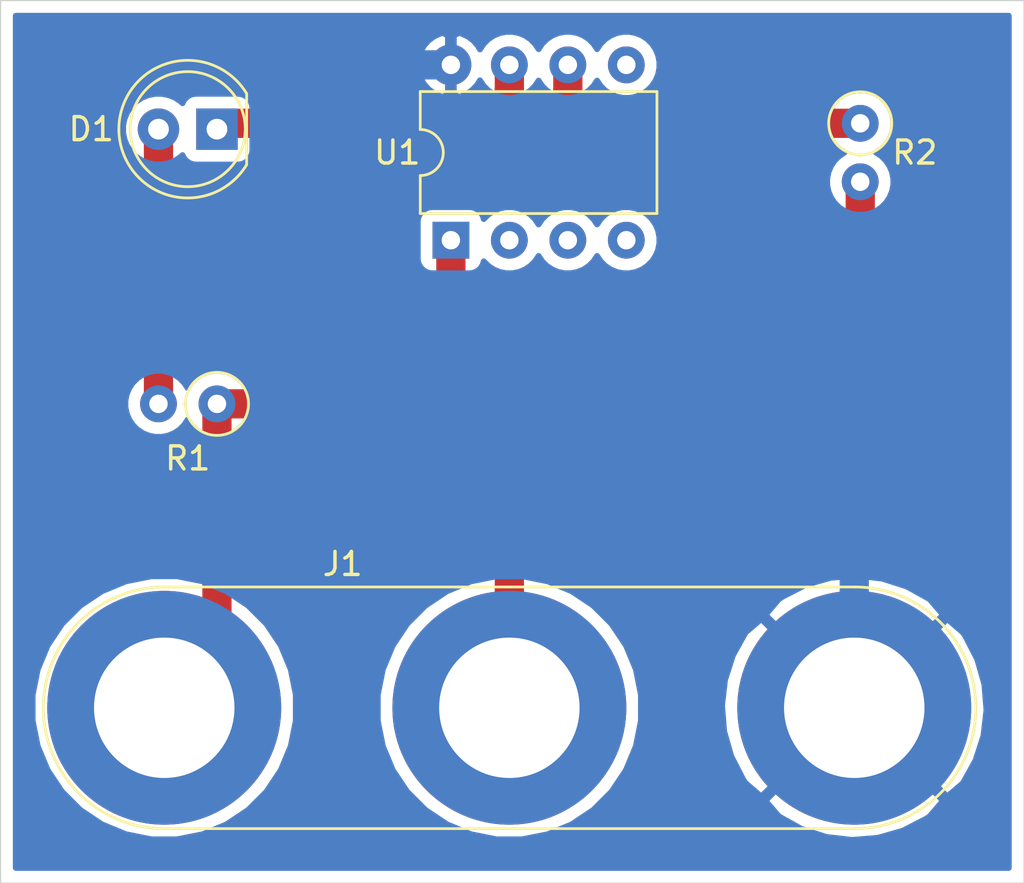
<source format=kicad_pcb>
(kicad_pcb (version 20171130) (host pcbnew "(5.1.5)-2")

  (general
    (thickness 1.6)
    (drawings 4)
    (tracks 32)
    (zones 0)
    (modules 5)
    (nets 11)
  )

  (page A4)
  (title_block
    (title https://uinika.gitee.io/)
    (date 2019-12-11)
    (company Hank)
  )

  (layers
    (0 F.Cu signal)
    (31 B.Cu signal)
    (32 B.Adhes user)
    (33 F.Adhes user)
    (34 B.Paste user)
    (35 F.Paste user)
    (36 B.SilkS user)
    (37 F.SilkS user)
    (38 B.Mask user)
    (39 F.Mask user)
    (40 Dwgs.User user)
    (41 Cmts.User user)
    (42 Eco1.User user)
    (43 Eco2.User user)
    (44 Edge.Cuts user)
    (45 Margin user)
    (46 B.CrtYd user)
    (47 F.CrtYd user)
    (48 B.Fab user)
    (49 F.Fab user)
  )

  (setup
    (last_trace_width 0.25)
    (user_trace_width 0.254)
    (user_trace_width 0.508)
    (user_trace_width 1.27)
    (user_trace_width 2.032)
    (user_trace_width 2.54)
    (user_trace_width 3.81)
    (user_trace_width 5.08)
    (trace_clearance 0.25)
    (zone_clearance 0.508)
    (zone_45_only no)
    (trace_min 0.25)
    (via_size 0.8)
    (via_drill 0.4)
    (via_min_size 0.4)
    (via_min_drill 0.3)
    (uvia_size 0.3)
    (uvia_drill 0.1)
    (uvias_allowed no)
    (uvia_min_size 0.2)
    (uvia_min_drill 0.1)
    (edge_width 0.05)
    (segment_width 0.2)
    (pcb_text_width 0.3)
    (pcb_text_size 1.5 1.5)
    (mod_edge_width 0.12)
    (mod_text_size 1 1)
    (mod_text_width 0.15)
    (pad_size 1.524 1.524)
    (pad_drill 0.762)
    (pad_to_mask_clearance 0.051)
    (solder_mask_min_width 0.25)
    (aux_axis_origin 174.625 125.476)
    (grid_origin 144.78 101.092)
    (visible_elements 7FFFFFFF)
    (pcbplotparams
      (layerselection 0x010fc_ffffffff)
      (usegerberextensions false)
      (usegerberattributes false)
      (usegerberadvancedattributes false)
      (creategerberjobfile false)
      (excludeedgelayer true)
      (linewidth 0.100000)
      (plotframeref false)
      (viasonmask false)
      (mode 1)
      (useauxorigin false)
      (hpglpennumber 1)
      (hpglpenspeed 20)
      (hpglpendiameter 15.000000)
      (psnegative false)
      (psa4output false)
      (plotreference true)
      (plotvalue true)
      (plotinvisibletext false)
      (padsonsilk false)
      (subtractmaskfromsilk false)
      (outputformat 1)
      (mirror false)
      (drillshape 0)
      (scaleselection 1)
      (outputdirectory "D:/Workspace/abrams/5-Gerber/"))
  )

  (net 0 "")
  (net 1 "Net-(D1-Pad1)")
  (net 2 /LEDtoR)
  (net 3 /INPUTtoR)
  (net 4 GND)
  (net 5 VCC)
  (net 6 /INPUT)
  (net 7 "Net-(U1-Pad4)")
  (net 8 "Net-(U1-Pad3)")
  (net 9 "Net-(U1-Pad2)")
  (net 10 "Net-(U1-Pad5)")

  (net_class Default 这是默认网络类。
    (clearance 0.25)
    (trace_width 0.25)
    (via_dia 0.8)
    (via_drill 0.4)
    (uvia_dia 0.3)
    (uvia_drill 0.1)
    (diff_pair_width 0.25)
    (diff_pair_gap 0.25)
    (add_net /INPUT)
    (add_net /INPUTtoR)
    (add_net /LEDtoR)
    (add_net GND)
    (add_net "Net-(D1-Pad1)")
    (add_net "Net-(U1-Pad2)")
    (add_net "Net-(U1-Pad3)")
    (add_net "Net-(U1-Pad4)")
    (add_net "Net-(U1-Pad5)")
    (add_net VCC)
  )

  (module Connector:Banana_Jack_3Pin (layer F.Cu) (tedit 5A1AB217) (tstamp 5DEE43FD)
    (at 129.409 114.554)
    (descr "Triple banana socket, footprint - 3 x 6mm drills")
    (tags "banana socket")
    (path /5DEDE99A)
    (fp_text reference J1 (at 7.75 -6.25) (layer F.SilkS)
      (effects (font (size 1 1) (thickness 0.15)))
    )
    (fp_text value MYCONN3 (at 22.5 -6.25) (layer F.Fab)
      (effects (font (size 1 1) (thickness 0.15)))
    )
    (fp_arc (start 0 0) (end 0 5.25) (angle 180) (layer F.SilkS) (width 0.12))
    (fp_arc (start 30 0) (end 30 -5.25) (angle 180) (layer F.SilkS) (width 0.12))
    (fp_arc (start 30 0) (end 30 -5.5) (angle 180) (layer F.CrtYd) (width 0.05))
    (fp_arc (start 0 0) (end 0 5.5) (angle 180) (layer F.CrtYd) (width 0.05))
    (fp_circle (center 0 0) (end 2 0) (layer F.Fab) (width 0.1))
    (fp_circle (center 0 0) (end 4.75 0) (layer F.Fab) (width 0.1))
    (fp_circle (center 15 0) (end 17 0) (layer F.Fab) (width 0.1))
    (fp_circle (center 15 0) (end 19.75 0) (layer F.Fab) (width 0.1))
    (fp_circle (center 30 0) (end 30 -4.75) (layer F.Fab) (width 0.1))
    (fp_circle (center 30 0) (end 30 -2) (layer F.Fab) (width 0.1))
    (fp_line (start 30 -5.25) (end 0 -5.25) (layer F.SilkS) (width 0.12))
    (fp_line (start 0 5.25) (end 30 5.25) (layer F.SilkS) (width 0.12))
    (fp_line (start 0 -5.5) (end 30 -5.5) (layer F.CrtYd) (width 0.05))
    (fp_line (start 30 5.5) (end 0 5.5) (layer F.CrtYd) (width 0.05))
    (fp_text user %R (at 14.99 0) (layer F.Fab)
      (effects (font (size 0.8 0.8) (thickness 0.12)))
    )
    (pad 2 thru_hole circle (at 14.99 0) (size 10.16 10.16) (drill 6.1) (layers *.Cu *.Mask)
      (net 3 /INPUTtoR))
    (pad 3 thru_hole circle (at 29.97 0) (size 10.16 10.16) (drill 6.1) (layers *.Cu *.Mask)
      (net 4 GND))
    (pad 1 thru_hole circle (at 0 0) (size 10.16 10.16) (drill 6.1) (layers *.Cu *.Mask)
      (net 5 VCC))
    (model ${KISYS3DMOD}/Connector.3dshapes/Banana_Jack_3Pin.wrl
      (offset (xyz 14.9999997746626 0 0))
      (scale (xyz 2 2 2))
      (rotate (xyz 0 0 0))
    )
  )

  (module Package_DIP:DIP-8_W7.62mm (layer F.Cu) (tedit 5A02E8C5) (tstamp 5DF085CF)
    (at 141.859 94.234 90)
    (descr "8-lead though-hole mounted DIP package, row spacing 7.62 mm (300 mils)")
    (tags "THT DIP DIL PDIP 2.54mm 7.62mm 300mil")
    (path /5DEBA9E1)
    (fp_text reference U1 (at 3.81 -2.33 180) (layer F.SilkS)
      (effects (font (size 1 1) (thickness 0.15)))
    )
    (fp_text value PIC12C508A-ISN (at -2.286 8.001 180) (layer F.Fab)
      (effects (font (size 1 1) (thickness 0.15)))
    )
    (fp_arc (start 3.81 -1.33) (end 2.81 -1.33) (angle -180) (layer F.SilkS) (width 0.12))
    (fp_line (start 1.635 -1.27) (end 6.985 -1.27) (layer F.Fab) (width 0.1))
    (fp_line (start 6.985 -1.27) (end 6.985 8.89) (layer F.Fab) (width 0.1))
    (fp_line (start 6.985 8.89) (end 0.635 8.89) (layer F.Fab) (width 0.1))
    (fp_line (start 0.635 8.89) (end 0.635 -0.27) (layer F.Fab) (width 0.1))
    (fp_line (start 0.635 -0.27) (end 1.635 -1.27) (layer F.Fab) (width 0.1))
    (fp_line (start 2.81 -1.33) (end 1.16 -1.33) (layer F.SilkS) (width 0.12))
    (fp_line (start 1.16 -1.33) (end 1.16 8.95) (layer F.SilkS) (width 0.12))
    (fp_line (start 1.16 8.95) (end 6.46 8.95) (layer F.SilkS) (width 0.12))
    (fp_line (start 6.46 8.95) (end 6.46 -1.33) (layer F.SilkS) (width 0.12))
    (fp_line (start 6.46 -1.33) (end 4.81 -1.33) (layer F.SilkS) (width 0.12))
    (fp_line (start -1.1 -1.55) (end -1.1 9.15) (layer F.CrtYd) (width 0.05))
    (fp_line (start -1.1 9.15) (end 8.7 9.15) (layer F.CrtYd) (width 0.05))
    (fp_line (start 8.7 9.15) (end 8.7 -1.55) (layer F.CrtYd) (width 0.05))
    (fp_line (start 8.7 -1.55) (end -1.1 -1.55) (layer F.CrtYd) (width 0.05))
    (fp_text user %R (at 3.81 3.81) (layer F.Fab)
      (effects (font (size 1 1) (thickness 0.15)))
    )
    (pad 1 thru_hole rect (at 0 0 90) (size 1.6 1.6) (drill 0.8) (layers *.Cu *.Mask)
      (net 5 VCC))
    (pad 5 thru_hole oval (at 7.62 7.62 90) (size 1.6 1.6) (drill 0.8) (layers *.Cu *.Mask)
      (net 10 "Net-(U1-Pad5)"))
    (pad 2 thru_hole oval (at 0 2.54 90) (size 1.6 1.6) (drill 0.8) (layers *.Cu *.Mask)
      (net 9 "Net-(U1-Pad2)"))
    (pad 6 thru_hole oval (at 7.62 5.08 90) (size 1.6 1.6) (drill 0.8) (layers *.Cu *.Mask)
      (net 6 /INPUT))
    (pad 3 thru_hole oval (at 0 5.08 90) (size 1.6 1.6) (drill 0.8) (layers *.Cu *.Mask)
      (net 8 "Net-(U1-Pad3)"))
    (pad 7 thru_hole oval (at 7.62 2.54 90) (size 1.6 1.6) (drill 0.8) (layers *.Cu *.Mask)
      (net 1 "Net-(D1-Pad1)"))
    (pad 4 thru_hole oval (at 0 7.62 90) (size 1.6 1.6) (drill 0.8) (layers *.Cu *.Mask)
      (net 7 "Net-(U1-Pad4)"))
    (pad 8 thru_hole oval (at 7.62 0 90) (size 1.6 1.6) (drill 0.8) (layers *.Cu *.Mask)
      (net 4 GND))
    (model ${KISYS3DMOD}/Package_DIP.3dshapes/DIP-8_W7.62mm.wrl
      (at (xyz 0 0 0))
      (scale (xyz 1 1 1))
      (rotate (xyz 0 0 0))
    )
  )

  (module Resistor_THT:R_Axial_DIN0207_L6.3mm_D2.5mm_P2.54mm_Vertical (layer F.Cu) (tedit 5AE5139B) (tstamp 5DF08613)
    (at 159.639 89.154 270)
    (descr "Resistor, Axial_DIN0207 series, Axial, Vertical, pin pitch=2.54mm, 0.25W = 1/4W, length*diameter=6.3*2.5mm^2, http://cdn-reichelt.de/documents/datenblatt/B400/1_4W%23YAG.pdf")
    (tags "Resistor Axial_DIN0207 series Axial Vertical pin pitch 2.54mm 0.25W = 1/4W length 6.3mm diameter 2.5mm")
    (path /5DEBBC79)
    (fp_text reference R2 (at 1.27 -2.37 180) (layer F.SilkS)
      (effects (font (size 1 1) (thickness 0.15)))
    )
    (fp_text value 100 (at 3.048 -2.794 180) (layer F.Fab)
      (effects (font (size 1 1) (thickness 0.15)))
    )
    (fp_circle (center 0 0) (end 1.25 0) (layer F.Fab) (width 0.1))
    (fp_circle (center 0 0) (end 1.37 0) (layer F.SilkS) (width 0.12))
    (fp_line (start 0 0) (end 2.54 0) (layer F.Fab) (width 0.1))
    (fp_line (start 1.37 0) (end 1.44 0) (layer F.SilkS) (width 0.12))
    (fp_line (start -1.5 -1.5) (end -1.5 1.5) (layer F.CrtYd) (width 0.05))
    (fp_line (start -1.5 1.5) (end 3.59 1.5) (layer F.CrtYd) (width 0.05))
    (fp_line (start 3.59 1.5) (end 3.59 -1.5) (layer F.CrtYd) (width 0.05))
    (fp_line (start 3.59 -1.5) (end -1.5 -1.5) (layer F.CrtYd) (width 0.05))
    (fp_text user %R (at 1.27 -2.37 180) (layer F.Fab)
      (effects (font (size 1 1) (thickness 0.15)))
    )
    (pad 1 thru_hole circle (at 0 0 270) (size 1.6 1.6) (drill 0.8) (layers *.Cu *.Mask)
      (net 6 /INPUT))
    (pad 2 thru_hole oval (at 2.54 0 270) (size 1.6 1.6) (drill 0.8) (layers *.Cu *.Mask)
      (net 3 /INPUTtoR))
    (model ${KISYS3DMOD}/Resistor_THT.3dshapes/R_Axial_DIN0207_L6.3mm_D2.5mm_P2.54mm_Vertical.wrl
      (at (xyz 0 0 0))
      (scale (xyz 1 1 1))
      (rotate (xyz 0 0 0))
    )
  )

  (module Resistor_THT:R_Axial_DIN0207_L6.3mm_D2.5mm_P2.54mm_Vertical (layer F.Cu) (tedit 5AE5139B) (tstamp 5DF08565)
    (at 131.699 101.346 180)
    (descr "Resistor, Axial_DIN0207 series, Axial, Vertical, pin pitch=2.54mm, 0.25W = 1/4W, length*diameter=6.3*2.5mm^2, http://cdn-reichelt.de/documents/datenblatt/B400/1_4W%23YAG.pdf")
    (tags "Resistor Axial_DIN0207 series Axial Vertical pin pitch 2.54mm 0.25W = 1/4W length 6.3mm diameter 2.5mm")
    (path /5DEBB67C)
    (fp_text reference R1 (at 1.27 -2.37) (layer F.SilkS)
      (effects (font (size 1 1) (thickness 0.15)))
    )
    (fp_text value 1k (at 4.572 0) (layer F.Fab)
      (effects (font (size 1 1) (thickness 0.15)))
    )
    (fp_text user %R (at 1.27 -2.37) (layer F.Fab)
      (effects (font (size 1 1) (thickness 0.15)))
    )
    (fp_line (start 3.59 -1.5) (end -1.5 -1.5) (layer F.CrtYd) (width 0.05))
    (fp_line (start 3.59 1.5) (end 3.59 -1.5) (layer F.CrtYd) (width 0.05))
    (fp_line (start -1.5 1.5) (end 3.59 1.5) (layer F.CrtYd) (width 0.05))
    (fp_line (start -1.5 -1.5) (end -1.5 1.5) (layer F.CrtYd) (width 0.05))
    (fp_line (start 1.37 0) (end 1.44 0) (layer F.SilkS) (width 0.12))
    (fp_line (start 0 0) (end 2.54 0) (layer F.Fab) (width 0.1))
    (fp_circle (center 0 0) (end 1.37 0) (layer F.SilkS) (width 0.12))
    (fp_circle (center 0 0) (end 1.25 0) (layer F.Fab) (width 0.1))
    (pad 2 thru_hole oval (at 2.54 0 180) (size 1.6 1.6) (drill 0.8) (layers *.Cu *.Mask)
      (net 2 /LEDtoR))
    (pad 1 thru_hole circle (at 0 0 180) (size 1.6 1.6) (drill 0.8) (layers *.Cu *.Mask)
      (net 5 VCC))
    (model ${KISYS3DMOD}/Resistor_THT.3dshapes/R_Axial_DIN0207_L6.3mm_D2.5mm_P2.54mm_Vertical.wrl
      (at (xyz 0 0 0))
      (scale (xyz 1 1 1))
      (rotate (xyz 0 0 0))
    )
  )

  (module LED_THT:LED_D5.0mm (layer F.Cu) (tedit 5995936A) (tstamp 5DF08592)
    (at 131.699 89.408 180)
    (descr "LED, diameter 5.0mm, 2 pins, http://cdn-reichelt.de/documents/datenblatt/A500/LL-504BC2E-009.pdf")
    (tags "LED diameter 5.0mm 2 pins")
    (path /5DEBB117)
    (fp_text reference D1 (at 5.461 0) (layer F.SilkS)
      (effects (font (size 1 1) (thickness 0.15)))
    )
    (fp_text value LED (at 1.27 3.96) (layer F.Fab)
      (effects (font (size 1 1) (thickness 0.15)))
    )
    (fp_text user %R (at 1.25 0) (layer F.Fab)
      (effects (font (size 0.8 0.8) (thickness 0.2)))
    )
    (fp_line (start 4.5 -3.25) (end -1.95 -3.25) (layer F.CrtYd) (width 0.05))
    (fp_line (start 4.5 3.25) (end 4.5 -3.25) (layer F.CrtYd) (width 0.05))
    (fp_line (start -1.95 3.25) (end 4.5 3.25) (layer F.CrtYd) (width 0.05))
    (fp_line (start -1.95 -3.25) (end -1.95 3.25) (layer F.CrtYd) (width 0.05))
    (fp_line (start -1.29 -1.545) (end -1.29 1.545) (layer F.SilkS) (width 0.12))
    (fp_line (start -1.23 -1.469694) (end -1.23 1.469694) (layer F.Fab) (width 0.1))
    (fp_circle (center 1.27 0) (end 3.77 0) (layer F.SilkS) (width 0.12))
    (fp_circle (center 1.27 0) (end 3.77 0) (layer F.Fab) (width 0.1))
    (fp_arc (start 1.27 0) (end -1.29 1.54483) (angle -148.9) (layer F.SilkS) (width 0.12))
    (fp_arc (start 1.27 0) (end -1.29 -1.54483) (angle 148.9) (layer F.SilkS) (width 0.12))
    (fp_arc (start 1.27 0) (end -1.23 -1.469694) (angle 299.1) (layer F.Fab) (width 0.1))
    (pad 2 thru_hole circle (at 2.54 0 180) (size 1.8 1.8) (drill 0.9) (layers *.Cu *.Mask)
      (net 2 /LEDtoR))
    (pad 1 thru_hole rect (at 0 0 180) (size 1.8 1.8) (drill 0.9) (layers *.Cu *.Mask)
      (net 1 "Net-(D1-Pad1)"))
    (model ${KISYS3DMOD}/LED_THT.3dshapes/LED_D5.0mm.wrl
      (at (xyz 0 0 0))
      (scale (xyz 1 1 1))
      (rotate (xyz 0 0 0))
    )
  )

  (gr_line (start 166.751 122.174) (end 122.301 122.174) (layer Edge.Cuts) (width 0.05) (tstamp 5DF0C287))
  (gr_line (start 122.301 83.82) (end 122.301 122.174) (layer Edge.Cuts) (width 0.05))
  (gr_line (start 166.751 83.82) (end 166.751 122.174) (layer Edge.Cuts) (width 0.05))
  (gr_line (start 122.301 83.82) (end 166.751 83.82) (layer Edge.Cuts) (width 0.05))

  (segment (start 144.399 86.614) (end 144.352802 86.614) (width 1.27) (layer F.Cu) (net 1))
  (segment (start 144.399 87.74537) (end 144.38737 87.757) (width 1.27) (layer F.Cu) (net 1))
  (segment (start 144.399 86.614) (end 144.399 87.74537) (width 1.27) (layer F.Cu) (net 1))
  (segment (start 143.637 89.154) (end 133.869 89.154) (width 1.27) (layer F.Cu) (net 1))
  (segment (start 133.869 89.154) (end 131.699 89.154) (width 1.27) (layer F.Cu) (net 1))
  (segment (start 144.38737 87.757) (end 144.38737 88.40363) (width 1.27) (layer F.Cu) (net 1))
  (segment (start 144.38737 88.40363) (end 143.637 89.154) (width 1.27) (layer F.Cu) (net 1))
  (segment (start 129.159 89.408) (end 129.159 101.346) (width 1.27) (layer F.Cu) (net 2))
  (segment (start 159.639 91.694) (end 159.639 98.806) (width 1.27) (layer F.Cu) (net 3))
  (segment (start 159.639 98.806) (end 156.337 102.108) (width 1.27) (layer F.Cu) (net 3))
  (segment (start 156.337 102.108) (end 147.955 102.108) (width 1.27) (layer F.Cu) (net 3))
  (segment (start 144.399 105.664) (end 144.399 114.554) (width 1.27) (layer F.Cu) (net 3))
  (segment (start 147.955 102.108) (end 144.399 105.664) (width 1.27) (layer F.Cu) (net 3))
  (via (at 141.859 86.614) (size 1.778) (drill 0.762) (layers F.Cu B.Cu) (net 4))
  (segment (start 159.379 107.369796) (end 159.379 114.554) (width 1.27) (layer B.Cu) (net 4))
  (segment (start 158.308204 106.299) (end 159.379 107.369796) (width 1.27) (layer B.Cu) (net 4))
  (segment (start 141.859 86.614) (end 138.176 86.614) (width 1.27) (layer B.Cu) (net 4))
  (segment (start 136.906 87.884) (end 136.906 100.838) (width 1.27) (layer B.Cu) (net 4))
  (segment (start 138.176 86.614) (end 136.906 87.884) (width 1.27) (layer B.Cu) (net 4))
  (segment (start 136.906 100.838) (end 142.367 106.299) (width 1.27) (layer B.Cu) (net 4))
  (segment (start 142.367 106.299) (end 158.308204 106.299) (width 1.27) (layer B.Cu) (net 4))
  (segment (start 131.699 112.264) (end 129.409 114.554) (width 1.27) (layer F.Cu) (net 5))
  (segment (start 131.699 101.346) (end 131.699 112.264) (width 1.27) (layer F.Cu) (net 5))
  (segment (start 141.859 96.304) (end 141.859 94.234) (width 1.27) (layer F.Cu) (net 5))
  (segment (start 136.817 101.346) (end 141.859 96.304) (width 1.27) (layer F.Cu) (net 5))
  (segment (start 131.699 101.346) (end 136.817 101.346) (width 1.27) (layer F.Cu) (net 5))
  (segment (start 146.939 87.74537) (end 146.939 88.138) (width 1.27) (layer F.Cu) (net 6))
  (segment (start 146.939 86.614) (end 146.939 87.74537) (width 1.27) (layer F.Cu) (net 6))
  (segment (start 147.701 89.154) (end 158.50763 89.154) (width 1.27) (layer F.Cu) (net 6))
  (segment (start 158.50763 89.154) (end 159.639 89.154) (width 1.27) (layer F.Cu) (net 6))
  (segment (start 146.939 87.74537) (end 146.939 88.392) (width 1.27) (layer F.Cu) (net 6))
  (segment (start 146.939 88.392) (end 147.701 89.154) (width 1.27) (layer F.Cu) (net 6))

  (zone (net 4) (net_name GND) (layer B.Cu) (tstamp 5DF0E2FE) (hatch edge 0.508)
    (connect_pads (clearance 0.508))
    (min_thickness 0.254)
    (fill yes (arc_segments 32) (thermal_gap 0.508) (thermal_bridge_width 0.508))
    (polygon
      (pts
        (xy 166.751 122.174) (xy 122.301 122.174) (xy 122.301 83.82) (xy 166.751 83.82)
      )
    )
    (filled_polygon
      (pts
        (xy 166.091001 121.514) (xy 122.961 121.514) (xy 122.961 113.991122) (xy 123.694 113.991122) (xy 123.694 115.116878)
        (xy 123.913625 116.221004) (xy 124.344433 117.261067) (xy 124.96987 118.1971) (xy 125.7659 118.99313) (xy 126.701933 119.618567)
        (xy 127.741996 120.049375) (xy 128.846122 120.269) (xy 129.971878 120.269) (xy 131.076004 120.049375) (xy 132.116067 119.618567)
        (xy 133.0521 118.99313) (xy 133.84813 118.1971) (xy 134.473567 117.261067) (xy 134.904375 116.221004) (xy 135.124 115.116878)
        (xy 135.124 113.991122) (xy 138.684 113.991122) (xy 138.684 115.116878) (xy 138.903625 116.221004) (xy 139.334433 117.261067)
        (xy 139.95987 118.1971) (xy 140.7559 118.99313) (xy 141.691933 119.618567) (xy 142.731996 120.049375) (xy 143.836122 120.269)
        (xy 144.961878 120.269) (xy 146.066004 120.049375) (xy 147.106067 119.618567) (xy 148.0421 118.99313) (xy 148.444034 118.591196)
        (xy 155.521409 118.591196) (xy 156.107124 119.273416) (xy 157.090704 119.821045) (xy 158.162223 120.166265) (xy 159.280501 120.295808)
        (xy 160.402565 120.204697) (xy 161.485294 119.896433) (xy 162.487079 119.382863) (xy 162.650876 119.273416) (xy 163.236591 118.591196)
        (xy 159.379 114.733605) (xy 155.521409 118.591196) (xy 148.444034 118.591196) (xy 148.83813 118.1971) (xy 149.463567 117.261067)
        (xy 149.894375 116.221004) (xy 150.114 115.116878) (xy 150.114 114.455501) (xy 153.637192 114.455501) (xy 153.728303 115.577565)
        (xy 154.036567 116.660294) (xy 154.550137 117.662079) (xy 154.659584 117.825876) (xy 155.341804 118.411591) (xy 159.199395 114.554)
        (xy 159.558605 114.554) (xy 163.416196 118.411591) (xy 164.098416 117.825876) (xy 164.646045 116.842296) (xy 164.991265 115.770777)
        (xy 165.120808 114.652499) (xy 165.029697 113.530435) (xy 164.721433 112.447706) (xy 164.207863 111.445921) (xy 164.098416 111.282124)
        (xy 163.416196 110.696409) (xy 159.558605 114.554) (xy 159.199395 114.554) (xy 155.341804 110.696409) (xy 154.659584 111.282124)
        (xy 154.111955 112.265704) (xy 153.766735 113.337223) (xy 153.637192 114.455501) (xy 150.114 114.455501) (xy 150.114 113.991122)
        (xy 149.894375 112.886996) (xy 149.463567 111.846933) (xy 148.83813 110.9109) (xy 148.444034 110.516804) (xy 155.521409 110.516804)
        (xy 159.379 114.374395) (xy 163.236591 110.516804) (xy 162.650876 109.834584) (xy 161.667296 109.286955) (xy 160.595777 108.941735)
        (xy 159.477499 108.812192) (xy 158.355435 108.903303) (xy 157.272706 109.211567) (xy 156.270921 109.725137) (xy 156.107124 109.834584)
        (xy 155.521409 110.516804) (xy 148.444034 110.516804) (xy 148.0421 110.11487) (xy 147.106067 109.489433) (xy 146.066004 109.058625)
        (xy 144.961878 108.839) (xy 143.836122 108.839) (xy 142.731996 109.058625) (xy 141.691933 109.489433) (xy 140.7559 110.11487)
        (xy 139.95987 110.9109) (xy 139.334433 111.846933) (xy 138.903625 112.886996) (xy 138.684 113.991122) (xy 135.124 113.991122)
        (xy 134.904375 112.886996) (xy 134.473567 111.846933) (xy 133.84813 110.9109) (xy 133.0521 110.11487) (xy 132.116067 109.489433)
        (xy 131.076004 109.058625) (xy 129.971878 108.839) (xy 128.846122 108.839) (xy 127.741996 109.058625) (xy 126.701933 109.489433)
        (xy 125.7659 110.11487) (xy 124.96987 110.9109) (xy 124.344433 111.846933) (xy 123.913625 112.886996) (xy 123.694 113.991122)
        (xy 122.961 113.991122) (xy 122.961 101.204665) (xy 127.724 101.204665) (xy 127.724 101.487335) (xy 127.779147 101.764574)
        (xy 127.88732 102.025727) (xy 128.044363 102.260759) (xy 128.244241 102.460637) (xy 128.479273 102.61768) (xy 128.740426 102.725853)
        (xy 129.017665 102.781) (xy 129.300335 102.781) (xy 129.577574 102.725853) (xy 129.838727 102.61768) (xy 130.073759 102.460637)
        (xy 130.273637 102.260759) (xy 130.429 102.028241) (xy 130.584363 102.260759) (xy 130.784241 102.460637) (xy 131.019273 102.61768)
        (xy 131.280426 102.725853) (xy 131.557665 102.781) (xy 131.840335 102.781) (xy 132.117574 102.725853) (xy 132.378727 102.61768)
        (xy 132.613759 102.460637) (xy 132.813637 102.260759) (xy 132.97068 102.025727) (xy 133.078853 101.764574) (xy 133.134 101.487335)
        (xy 133.134 101.204665) (xy 133.078853 100.927426) (xy 132.97068 100.666273) (xy 132.813637 100.431241) (xy 132.613759 100.231363)
        (xy 132.378727 100.07432) (xy 132.117574 99.966147) (xy 131.840335 99.911) (xy 131.557665 99.911) (xy 131.280426 99.966147)
        (xy 131.019273 100.07432) (xy 130.784241 100.231363) (xy 130.584363 100.431241) (xy 130.429 100.663759) (xy 130.273637 100.431241)
        (xy 130.073759 100.231363) (xy 129.838727 100.07432) (xy 129.577574 99.966147) (xy 129.300335 99.911) (xy 129.017665 99.911)
        (xy 128.740426 99.966147) (xy 128.479273 100.07432) (xy 128.244241 100.231363) (xy 128.044363 100.431241) (xy 127.88732 100.666273)
        (xy 127.779147 100.927426) (xy 127.724 101.204665) (xy 122.961 101.204665) (xy 122.961 93.434) (xy 140.420928 93.434)
        (xy 140.420928 95.034) (xy 140.433188 95.158482) (xy 140.469498 95.27818) (xy 140.528463 95.388494) (xy 140.607815 95.485185)
        (xy 140.704506 95.564537) (xy 140.81482 95.623502) (xy 140.934518 95.659812) (xy 141.059 95.672072) (xy 142.659 95.672072)
        (xy 142.783482 95.659812) (xy 142.90318 95.623502) (xy 143.013494 95.564537) (xy 143.110185 95.485185) (xy 143.189537 95.388494)
        (xy 143.248502 95.27818) (xy 143.284812 95.158482) (xy 143.285643 95.150039) (xy 143.484241 95.348637) (xy 143.719273 95.50568)
        (xy 143.980426 95.613853) (xy 144.257665 95.669) (xy 144.540335 95.669) (xy 144.817574 95.613853) (xy 145.078727 95.50568)
        (xy 145.313759 95.348637) (xy 145.513637 95.148759) (xy 145.669 94.916241) (xy 145.824363 95.148759) (xy 146.024241 95.348637)
        (xy 146.259273 95.50568) (xy 146.520426 95.613853) (xy 146.797665 95.669) (xy 147.080335 95.669) (xy 147.357574 95.613853)
        (xy 147.618727 95.50568) (xy 147.853759 95.348637) (xy 148.053637 95.148759) (xy 148.209 94.916241) (xy 148.364363 95.148759)
        (xy 148.564241 95.348637) (xy 148.799273 95.50568) (xy 149.060426 95.613853) (xy 149.337665 95.669) (xy 149.620335 95.669)
        (xy 149.897574 95.613853) (xy 150.158727 95.50568) (xy 150.393759 95.348637) (xy 150.593637 95.148759) (xy 150.75068 94.913727)
        (xy 150.858853 94.652574) (xy 150.914 94.375335) (xy 150.914 94.092665) (xy 150.858853 93.815426) (xy 150.75068 93.554273)
        (xy 150.593637 93.319241) (xy 150.393759 93.119363) (xy 150.158727 92.96232) (xy 149.897574 92.854147) (xy 149.620335 92.799)
        (xy 149.337665 92.799) (xy 149.060426 92.854147) (xy 148.799273 92.96232) (xy 148.564241 93.119363) (xy 148.364363 93.319241)
        (xy 148.209 93.551759) (xy 148.053637 93.319241) (xy 147.853759 93.119363) (xy 147.618727 92.96232) (xy 147.357574 92.854147)
        (xy 147.080335 92.799) (xy 146.797665 92.799) (xy 146.520426 92.854147) (xy 146.259273 92.96232) (xy 146.024241 93.119363)
        (xy 145.824363 93.319241) (xy 145.669 93.551759) (xy 145.513637 93.319241) (xy 145.313759 93.119363) (xy 145.078727 92.96232)
        (xy 144.817574 92.854147) (xy 144.540335 92.799) (xy 144.257665 92.799) (xy 143.980426 92.854147) (xy 143.719273 92.96232)
        (xy 143.484241 93.119363) (xy 143.285643 93.317961) (xy 143.284812 93.309518) (xy 143.248502 93.18982) (xy 143.189537 93.079506)
        (xy 143.110185 92.982815) (xy 143.013494 92.903463) (xy 142.90318 92.844498) (xy 142.783482 92.808188) (xy 142.659 92.795928)
        (xy 141.059 92.795928) (xy 140.934518 92.808188) (xy 140.81482 92.844498) (xy 140.704506 92.903463) (xy 140.607815 92.982815)
        (xy 140.528463 93.079506) (xy 140.469498 93.18982) (xy 140.433188 93.309518) (xy 140.420928 93.434) (xy 122.961 93.434)
        (xy 122.961 89.256816) (xy 127.624 89.256816) (xy 127.624 89.559184) (xy 127.682989 89.855743) (xy 127.798701 90.135095)
        (xy 127.966688 90.386505) (xy 128.180495 90.600312) (xy 128.431905 90.768299) (xy 128.711257 90.884011) (xy 129.007816 90.943)
        (xy 129.310184 90.943) (xy 129.606743 90.884011) (xy 129.886095 90.768299) (xy 130.137505 90.600312) (xy 130.203944 90.533873)
        (xy 130.209498 90.55218) (xy 130.268463 90.662494) (xy 130.347815 90.759185) (xy 130.444506 90.838537) (xy 130.55482 90.897502)
        (xy 130.674518 90.933812) (xy 130.799 90.946072) (xy 132.599 90.946072) (xy 132.723482 90.933812) (xy 132.84318 90.897502)
        (xy 132.953494 90.838537) (xy 133.050185 90.759185) (xy 133.129537 90.662494) (xy 133.188502 90.55218) (xy 133.224812 90.432482)
        (xy 133.237072 90.308) (xy 133.237072 89.012665) (xy 158.204 89.012665) (xy 158.204 89.295335) (xy 158.259147 89.572574)
        (xy 158.36732 89.833727) (xy 158.524363 90.068759) (xy 158.724241 90.268637) (xy 158.956759 90.424) (xy 158.724241 90.579363)
        (xy 158.524363 90.779241) (xy 158.36732 91.014273) (xy 158.259147 91.275426) (xy 158.204 91.552665) (xy 158.204 91.835335)
        (xy 158.259147 92.112574) (xy 158.36732 92.373727) (xy 158.524363 92.608759) (xy 158.724241 92.808637) (xy 158.959273 92.96568)
        (xy 159.220426 93.073853) (xy 159.497665 93.129) (xy 159.780335 93.129) (xy 160.057574 93.073853) (xy 160.318727 92.96568)
        (xy 160.553759 92.808637) (xy 160.753637 92.608759) (xy 160.91068 92.373727) (xy 161.018853 92.112574) (xy 161.074 91.835335)
        (xy 161.074 91.552665) (xy 161.018853 91.275426) (xy 160.91068 91.014273) (xy 160.753637 90.779241) (xy 160.553759 90.579363)
        (xy 160.321241 90.424) (xy 160.553759 90.268637) (xy 160.753637 90.068759) (xy 160.91068 89.833727) (xy 161.018853 89.572574)
        (xy 161.074 89.295335) (xy 161.074 89.012665) (xy 161.018853 88.735426) (xy 160.91068 88.474273) (xy 160.753637 88.239241)
        (xy 160.553759 88.039363) (xy 160.318727 87.88232) (xy 160.057574 87.774147) (xy 159.780335 87.719) (xy 159.497665 87.719)
        (xy 159.220426 87.774147) (xy 158.959273 87.88232) (xy 158.724241 88.039363) (xy 158.524363 88.239241) (xy 158.36732 88.474273)
        (xy 158.259147 88.735426) (xy 158.204 89.012665) (xy 133.237072 89.012665) (xy 133.237072 88.508) (xy 133.224812 88.383518)
        (xy 133.188502 88.26382) (xy 133.129537 88.153506) (xy 133.050185 88.056815) (xy 132.953494 87.977463) (xy 132.84318 87.918498)
        (xy 132.723482 87.882188) (xy 132.599 87.869928) (xy 130.799 87.869928) (xy 130.674518 87.882188) (xy 130.55482 87.918498)
        (xy 130.444506 87.977463) (xy 130.347815 88.056815) (xy 130.268463 88.153506) (xy 130.209498 88.26382) (xy 130.203944 88.282127)
        (xy 130.137505 88.215688) (xy 129.886095 88.047701) (xy 129.606743 87.931989) (xy 129.310184 87.873) (xy 129.007816 87.873)
        (xy 128.711257 87.931989) (xy 128.431905 88.047701) (xy 128.180495 88.215688) (xy 127.966688 88.429495) (xy 127.798701 88.680905)
        (xy 127.682989 88.960257) (xy 127.624 89.256816) (xy 122.961 89.256816) (xy 122.961 86.96304) (xy 140.467091 86.96304)
        (xy 140.56193 87.227881) (xy 140.706615 87.469131) (xy 140.895586 87.677519) (xy 141.12158 87.845037) (xy 141.375913 87.965246)
        (xy 141.509961 88.005904) (xy 141.732 87.883915) (xy 141.732 86.741) (xy 140.588376 86.741) (xy 140.467091 86.96304)
        (xy 122.961 86.96304) (xy 122.961 86.26496) (xy 140.467091 86.26496) (xy 140.588376 86.487) (xy 141.732 86.487)
        (xy 141.732 85.344085) (xy 141.986 85.344085) (xy 141.986 86.487) (xy 142.006 86.487) (xy 142.006 86.741)
        (xy 141.986 86.741) (xy 141.986 87.883915) (xy 142.208039 88.005904) (xy 142.342087 87.965246) (xy 142.59642 87.845037)
        (xy 142.822414 87.677519) (xy 143.011385 87.469131) (xy 143.122933 87.283135) (xy 143.12732 87.293727) (xy 143.284363 87.528759)
        (xy 143.484241 87.728637) (xy 143.719273 87.88568) (xy 143.980426 87.993853) (xy 144.257665 88.049) (xy 144.540335 88.049)
        (xy 144.817574 87.993853) (xy 145.078727 87.88568) (xy 145.313759 87.728637) (xy 145.513637 87.528759) (xy 145.669 87.296241)
        (xy 145.824363 87.528759) (xy 146.024241 87.728637) (xy 146.259273 87.88568) (xy 146.520426 87.993853) (xy 146.797665 88.049)
        (xy 147.080335 88.049) (xy 147.357574 87.993853) (xy 147.618727 87.88568) (xy 147.853759 87.728637) (xy 148.053637 87.528759)
        (xy 148.209 87.296241) (xy 148.364363 87.528759) (xy 148.564241 87.728637) (xy 148.799273 87.88568) (xy 149.060426 87.993853)
        (xy 149.337665 88.049) (xy 149.620335 88.049) (xy 149.897574 87.993853) (xy 150.158727 87.88568) (xy 150.393759 87.728637)
        (xy 150.593637 87.528759) (xy 150.75068 87.293727) (xy 150.858853 87.032574) (xy 150.914 86.755335) (xy 150.914 86.472665)
        (xy 150.858853 86.195426) (xy 150.75068 85.934273) (xy 150.593637 85.699241) (xy 150.393759 85.499363) (xy 150.158727 85.34232)
        (xy 149.897574 85.234147) (xy 149.620335 85.179) (xy 149.337665 85.179) (xy 149.060426 85.234147) (xy 148.799273 85.34232)
        (xy 148.564241 85.499363) (xy 148.364363 85.699241) (xy 148.209 85.931759) (xy 148.053637 85.699241) (xy 147.853759 85.499363)
        (xy 147.618727 85.34232) (xy 147.357574 85.234147) (xy 147.080335 85.179) (xy 146.797665 85.179) (xy 146.520426 85.234147)
        (xy 146.259273 85.34232) (xy 146.024241 85.499363) (xy 145.824363 85.699241) (xy 145.669 85.931759) (xy 145.513637 85.699241)
        (xy 145.313759 85.499363) (xy 145.078727 85.34232) (xy 144.817574 85.234147) (xy 144.540335 85.179) (xy 144.257665 85.179)
        (xy 143.980426 85.234147) (xy 143.719273 85.34232) (xy 143.484241 85.499363) (xy 143.284363 85.699241) (xy 143.12732 85.934273)
        (xy 143.122933 85.944865) (xy 143.011385 85.758869) (xy 142.822414 85.550481) (xy 142.59642 85.382963) (xy 142.342087 85.262754)
        (xy 142.208039 85.222096) (xy 141.986 85.344085) (xy 141.732 85.344085) (xy 141.509961 85.222096) (xy 141.375913 85.262754)
        (xy 141.12158 85.382963) (xy 140.895586 85.550481) (xy 140.706615 85.758869) (xy 140.56193 86.000119) (xy 140.467091 86.26496)
        (xy 122.961 86.26496) (xy 122.961 84.48) (xy 166.091 84.48)
      )
    )
  )
)

</source>
